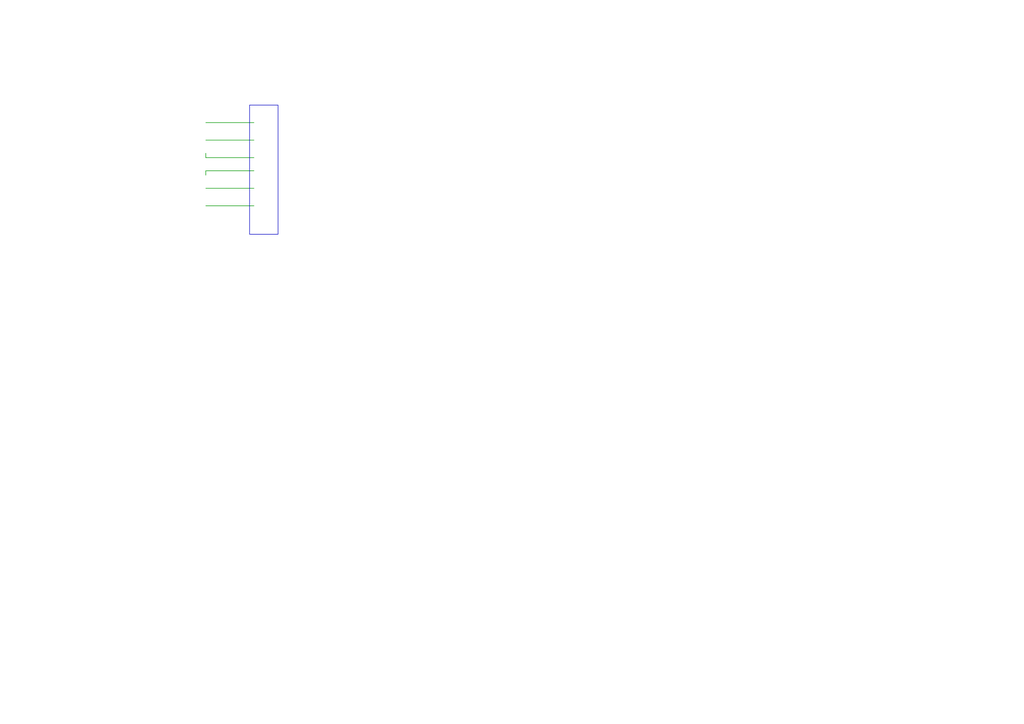
<source format=kicad_sch>
(kicad_sch
	(version 20231120)
	(generator "eeschema")
	(generator_version "8.0")
	(uuid "7ce5a3bb-5ce0-47fa-af4c-e5fe43a2a4c1")
	(paper "A4")
	(title_block
		(title "DEBUG (JTAG/SWD)")
		(date "2024-12-12")
	)
	(lib_symbols)
	(wire
		(pts
			(xy 59.69 49.53) (xy 59.69 50.8)
		)
		(stroke
			(width 0)
			(type default)
		)
		(uuid "4b3dd935-e8be-4e69-b568-bc73d895b23d")
	)
	(wire
		(pts
			(xy 59.69 59.69) (xy 73.66 59.69)
		)
		(stroke
			(width 0)
			(type default)
		)
		(uuid "5b7fd41c-89dc-4292-8d7c-7b3d6b6b3bbb")
	)
	(wire
		(pts
			(xy 59.69 40.64) (xy 73.66 40.64)
		)
		(stroke
			(width 0)
			(type default)
		)
		(uuid "70c0aece-3524-4eb7-9119-980c9fe356bd")
	)
	(wire
		(pts
			(xy 59.69 44.45) (xy 59.69 45.72)
		)
		(stroke
			(width 0)
			(type default)
		)
		(uuid "8af7ce0f-84a7-4717-823e-f8b914f2e08f")
	)
	(wire
		(pts
			(xy 73.66 45.72) (xy 59.69 45.72)
		)
		(stroke
			(width 0)
			(type default)
		)
		(uuid "8d2dfd61-6786-4f26-ba2c-d670bccb200d")
	)
	(wire
		(pts
			(xy 73.66 49.53) (xy 59.69 49.53)
		)
		(stroke
			(width 0)
			(type default)
		)
		(uuid "a3da2e12-c697-4ee0-8372-f1ce92a796b8")
	)
	(wire
		(pts
			(xy 59.69 54.61) (xy 73.66 54.61)
		)
		(stroke
			(width 0)
			(type default)
		)
		(uuid "a782c472-889a-4db3-a77a-aa1a0709ead8")
	)
	(wire
		(pts
			(xy 59.69 35.56) (xy 73.66 35.56)
		)
		(stroke
			(width 0)
			(type default)
		)
		(uuid "fc7118bd-075d-4382-98c5-8534b93db6af")
	)
	(rectangle
		(start 72.39 30.48)
		(end 80.645 67.945)
		(stroke
			(width 0)
			(type default)
		)
		(fill
			(type none)
		)
		(uuid 48c2d382-dac3-4be8-9f32-7f78a782ffdb)
	)
	(sheet_instances
		(path "/"
			(page "1")
		)
	)
)

</source>
